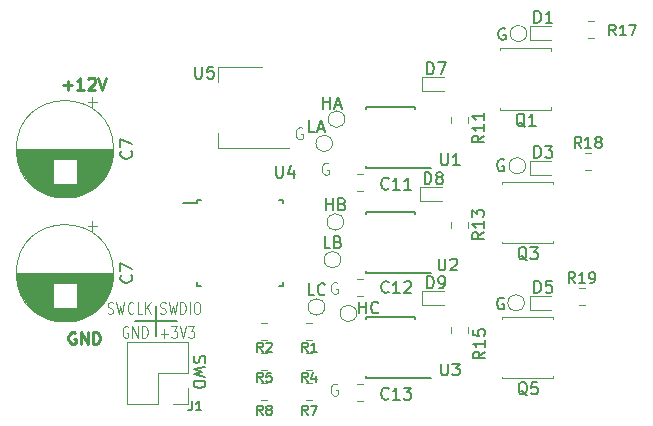
<source format=gto>
G04 #@! TF.GenerationSoftware,KiCad,Pcbnew,(5.0.0)*
G04 #@! TF.CreationDate,2019-01-02T23:22:05-06:00*
G04 #@! TF.ProjectId,ESC_2Layer,4553435F324C617965722E6B69636164,rev?*
G04 #@! TF.SameCoordinates,PX2fc7720PY3944a50*
G04 #@! TF.FileFunction,Legend,Top*
G04 #@! TF.FilePolarity,Positive*
%FSLAX46Y46*%
G04 Gerber Fmt 4.6, Leading zero omitted, Abs format (unit mm)*
G04 Created by KiCad (PCBNEW (5.0.0)) date 01/02/19 23:22:05*
%MOMM*%
%LPD*%
G01*
G04 APERTURE LIST*
%ADD10C,0.100000*%
%ADD11C,0.200000*%
%ADD12C,0.150000*%
%ADD13C,0.250000*%
%ADD14C,0.125000*%
%ADD15C,0.120000*%
G04 APERTURE END LIST*
D10*
X24161904Y-31950000D02*
X24066666Y-31902380D01*
X23923809Y-31902380D01*
X23780952Y-31950000D01*
X23685714Y-32045238D01*
X23638095Y-32140476D01*
X23590476Y-32330952D01*
X23590476Y-32473809D01*
X23638095Y-32664285D01*
X23685714Y-32759523D01*
X23780952Y-32854761D01*
X23923809Y-32902380D01*
X24019047Y-32902380D01*
X24161904Y-32854761D01*
X24209523Y-32807142D01*
X24209523Y-32473809D01*
X24019047Y-32473809D01*
X24161904Y-23350000D02*
X24066666Y-23302380D01*
X23923809Y-23302380D01*
X23780952Y-23350000D01*
X23685714Y-23445238D01*
X23638095Y-23540476D01*
X23590476Y-23730952D01*
X23590476Y-23873809D01*
X23638095Y-24064285D01*
X23685714Y-24159523D01*
X23780952Y-24254761D01*
X23923809Y-24302380D01*
X24019047Y-24302380D01*
X24161904Y-24254761D01*
X24209523Y-24207142D01*
X24209523Y-23873809D01*
X24019047Y-23873809D01*
X23411904Y-13250000D02*
X23316666Y-13202380D01*
X23173809Y-13202380D01*
X23030952Y-13250000D01*
X22935714Y-13345238D01*
X22888095Y-13440476D01*
X22840476Y-13630952D01*
X22840476Y-13773809D01*
X22888095Y-13964285D01*
X22935714Y-14059523D01*
X23030952Y-14154761D01*
X23173809Y-14202380D01*
X23269047Y-14202380D01*
X23411904Y-14154761D01*
X23459523Y-14107142D01*
X23459523Y-13773809D01*
X23269047Y-13773809D01*
X21211904Y-10250000D02*
X21116666Y-10202380D01*
X20973809Y-10202380D01*
X20830952Y-10250000D01*
X20735714Y-10345238D01*
X20688095Y-10440476D01*
X20640476Y-10630952D01*
X20640476Y-10773809D01*
X20688095Y-10964285D01*
X20735714Y-11059523D01*
X20830952Y-11154761D01*
X20973809Y-11202380D01*
X21069047Y-11202380D01*
X21211904Y-11154761D01*
X21259523Y-11107142D01*
X21259523Y-10773809D01*
X21069047Y-10773809D01*
D11*
X7050000Y-26564000D02*
X10606000Y-26564000D01*
X8828000Y-25294000D02*
X8828000Y-27834000D01*
D12*
X12045238Y-29542857D02*
X11997619Y-29685714D01*
X11997619Y-29923809D01*
X12045238Y-30019047D01*
X12092857Y-30066666D01*
X12188095Y-30114285D01*
X12283333Y-30114285D01*
X12378571Y-30066666D01*
X12426190Y-30019047D01*
X12473809Y-29923809D01*
X12521428Y-29733333D01*
X12569047Y-29638095D01*
X12616666Y-29590476D01*
X12711904Y-29542857D01*
X12807142Y-29542857D01*
X12902380Y-29590476D01*
X12950000Y-29638095D01*
X12997619Y-29733333D01*
X12997619Y-29971428D01*
X12950000Y-30114285D01*
X12997619Y-30447619D02*
X11997619Y-30685714D01*
X12711904Y-30876190D01*
X11997619Y-31066666D01*
X12997619Y-31304761D01*
X11997619Y-31685714D02*
X12997619Y-31685714D01*
X12997619Y-31923809D01*
X12950000Y-32066666D01*
X12854761Y-32161904D01*
X12759523Y-32209523D01*
X12569047Y-32257142D01*
X12426190Y-32257142D01*
X12235714Y-32209523D01*
X12140476Y-32161904D01*
X12045238Y-32066666D01*
X11997619Y-31923809D01*
X11997619Y-31685714D01*
D13*
X938095Y-6621428D02*
X1700000Y-6621428D01*
X1319047Y-7002380D02*
X1319047Y-6240476D01*
X2700000Y-7002380D02*
X2128571Y-7002380D01*
X2414285Y-7002380D02*
X2414285Y-6002380D01*
X2319047Y-6145238D01*
X2223809Y-6240476D01*
X2128571Y-6288095D01*
X3080952Y-6097619D02*
X3128571Y-6050000D01*
X3223809Y-6002380D01*
X3461904Y-6002380D01*
X3557142Y-6050000D01*
X3604761Y-6097619D01*
X3652380Y-6192857D01*
X3652380Y-6288095D01*
X3604761Y-6430952D01*
X3033333Y-7002380D01*
X3652380Y-7002380D01*
X3938095Y-6002380D02*
X4271428Y-7002380D01*
X4604761Y-6002380D01*
X1970095Y-27588000D02*
X1874857Y-27540380D01*
X1732000Y-27540380D01*
X1589142Y-27588000D01*
X1493904Y-27683238D01*
X1446285Y-27778476D01*
X1398666Y-27968952D01*
X1398666Y-28111809D01*
X1446285Y-28302285D01*
X1493904Y-28397523D01*
X1589142Y-28492761D01*
X1732000Y-28540380D01*
X1827238Y-28540380D01*
X1970095Y-28492761D01*
X2017714Y-28445142D01*
X2017714Y-28111809D01*
X1827238Y-28111809D01*
X2446285Y-28540380D02*
X2446285Y-27540380D01*
X3017714Y-28540380D01*
X3017714Y-27540380D01*
X3493904Y-28540380D02*
X3493904Y-27540380D01*
X3732000Y-27540380D01*
X3874857Y-27588000D01*
X3970095Y-27683238D01*
X4017714Y-27778476D01*
X4065333Y-27968952D01*
X4065333Y-28111809D01*
X4017714Y-28302285D01*
X3970095Y-28397523D01*
X3874857Y-28492761D01*
X3732000Y-28540380D01*
X3493904Y-28540380D01*
D14*
X9196476Y-27651428D02*
X9806000Y-27651428D01*
X9501238Y-28032380D02*
X9501238Y-27270476D01*
X10110761Y-27032380D02*
X10606000Y-27032380D01*
X10339333Y-27413333D01*
X10453619Y-27413333D01*
X10529809Y-27460952D01*
X10567904Y-27508571D01*
X10606000Y-27603809D01*
X10606000Y-27841904D01*
X10567904Y-27937142D01*
X10529809Y-27984761D01*
X10453619Y-28032380D01*
X10225047Y-28032380D01*
X10148857Y-27984761D01*
X10110761Y-27937142D01*
X10834571Y-27032380D02*
X11101238Y-28032380D01*
X11367904Y-27032380D01*
X11558380Y-27032380D02*
X12053619Y-27032380D01*
X11786952Y-27413333D01*
X11901238Y-27413333D01*
X11977428Y-27460952D01*
X12015523Y-27508571D01*
X12053619Y-27603809D01*
X12053619Y-27841904D01*
X12015523Y-27937142D01*
X11977428Y-27984761D01*
X11901238Y-28032380D01*
X11672666Y-28032380D01*
X11596476Y-27984761D01*
X11558380Y-27937142D01*
X6440476Y-27080000D02*
X6364285Y-27032380D01*
X6250000Y-27032380D01*
X6135714Y-27080000D01*
X6059523Y-27175238D01*
X6021428Y-27270476D01*
X5983333Y-27460952D01*
X5983333Y-27603809D01*
X6021428Y-27794285D01*
X6059523Y-27889523D01*
X6135714Y-27984761D01*
X6250000Y-28032380D01*
X6326190Y-28032380D01*
X6440476Y-27984761D01*
X6478571Y-27937142D01*
X6478571Y-27603809D01*
X6326190Y-27603809D01*
X6821428Y-28032380D02*
X6821428Y-27032380D01*
X7278571Y-28032380D01*
X7278571Y-27032380D01*
X7659523Y-28032380D02*
X7659523Y-27032380D01*
X7850000Y-27032380D01*
X7964285Y-27080000D01*
X8040476Y-27175238D01*
X8078571Y-27270476D01*
X8116666Y-27460952D01*
X8116666Y-27603809D01*
X8078571Y-27794285D01*
X8040476Y-27889523D01*
X7964285Y-27984761D01*
X7850000Y-28032380D01*
X7659523Y-28032380D01*
X9164761Y-25952761D02*
X9279047Y-26000380D01*
X9469523Y-26000380D01*
X9545714Y-25952761D01*
X9583809Y-25905142D01*
X9621904Y-25809904D01*
X9621904Y-25714666D01*
X9583809Y-25619428D01*
X9545714Y-25571809D01*
X9469523Y-25524190D01*
X9317142Y-25476571D01*
X9240952Y-25428952D01*
X9202857Y-25381333D01*
X9164761Y-25286095D01*
X9164761Y-25190857D01*
X9202857Y-25095619D01*
X9240952Y-25048000D01*
X9317142Y-25000380D01*
X9507619Y-25000380D01*
X9621904Y-25048000D01*
X9888571Y-25000380D02*
X10079047Y-26000380D01*
X10231428Y-25286095D01*
X10383809Y-26000380D01*
X10574285Y-25000380D01*
X10879047Y-26000380D02*
X10879047Y-25000380D01*
X11069523Y-25000380D01*
X11183809Y-25048000D01*
X11260000Y-25143238D01*
X11298095Y-25238476D01*
X11336190Y-25428952D01*
X11336190Y-25571809D01*
X11298095Y-25762285D01*
X11260000Y-25857523D01*
X11183809Y-25952761D01*
X11069523Y-26000380D01*
X10879047Y-26000380D01*
X11679047Y-26000380D02*
X11679047Y-25000380D01*
X12212380Y-25000380D02*
X12364761Y-25000380D01*
X12440952Y-25048000D01*
X12517142Y-25143238D01*
X12555238Y-25333714D01*
X12555238Y-25667047D01*
X12517142Y-25857523D01*
X12440952Y-25952761D01*
X12364761Y-26000380D01*
X12212380Y-26000380D01*
X12136190Y-25952761D01*
X12060000Y-25857523D01*
X12021904Y-25667047D01*
X12021904Y-25333714D01*
X12060000Y-25143238D01*
X12136190Y-25048000D01*
X12212380Y-25000380D01*
X4732476Y-25952761D02*
X4846761Y-26000380D01*
X5037238Y-26000380D01*
X5113428Y-25952761D01*
X5151523Y-25905142D01*
X5189619Y-25809904D01*
X5189619Y-25714666D01*
X5151523Y-25619428D01*
X5113428Y-25571809D01*
X5037238Y-25524190D01*
X4884857Y-25476571D01*
X4808666Y-25428952D01*
X4770571Y-25381333D01*
X4732476Y-25286095D01*
X4732476Y-25190857D01*
X4770571Y-25095619D01*
X4808666Y-25048000D01*
X4884857Y-25000380D01*
X5075333Y-25000380D01*
X5189619Y-25048000D01*
X5456285Y-25000380D02*
X5646761Y-26000380D01*
X5799142Y-25286095D01*
X5951523Y-26000380D01*
X6142000Y-25000380D01*
X6903904Y-25905142D02*
X6865809Y-25952761D01*
X6751523Y-26000380D01*
X6675333Y-26000380D01*
X6561047Y-25952761D01*
X6484857Y-25857523D01*
X6446761Y-25762285D01*
X6408666Y-25571809D01*
X6408666Y-25428952D01*
X6446761Y-25238476D01*
X6484857Y-25143238D01*
X6561047Y-25048000D01*
X6675333Y-25000380D01*
X6751523Y-25000380D01*
X6865809Y-25048000D01*
X6903904Y-25095619D01*
X7627714Y-26000380D02*
X7246761Y-26000380D01*
X7246761Y-25000380D01*
X7894380Y-26000380D02*
X7894380Y-25000380D01*
X8351523Y-26000380D02*
X8008666Y-25428952D01*
X8351523Y-25000380D02*
X7894380Y-25571809D01*
D15*
G04 #@! TO.C,C7*
X3815000Y-8040302D02*
X3015000Y-8040302D01*
X3415000Y-7640302D02*
X3415000Y-8440302D01*
X1633000Y-16131000D02*
X567000Y-16131000D01*
X1868000Y-16091000D02*
X332000Y-16091000D01*
X2048000Y-16051000D02*
X152000Y-16051000D01*
X2198000Y-16011000D02*
X2000Y-16011000D01*
X2329000Y-15971000D02*
X-129000Y-15971000D01*
X2446000Y-15931000D02*
X-246000Y-15931000D01*
X2553000Y-15891000D02*
X-353000Y-15891000D01*
X2652000Y-15851000D02*
X-452000Y-15851000D01*
X2745000Y-15811000D02*
X-545000Y-15811000D01*
X2831000Y-15771000D02*
X-631000Y-15771000D01*
X2913000Y-15731000D02*
X-713000Y-15731000D01*
X2990000Y-15691000D02*
X-790000Y-15691000D01*
X3064000Y-15651000D02*
X-864000Y-15651000D01*
X3134000Y-15611000D02*
X-934000Y-15611000D01*
X3202000Y-15571000D02*
X-1002000Y-15571000D01*
X3266000Y-15531000D02*
X-1066000Y-15531000D01*
X3328000Y-15491000D02*
X-1128000Y-15491000D01*
X3387000Y-15451000D02*
X-1187000Y-15451000D01*
X3445000Y-15411000D02*
X-1245000Y-15411000D01*
X3500000Y-15371000D02*
X-1300000Y-15371000D01*
X3554000Y-15331000D02*
X-1354000Y-15331000D01*
X3605000Y-15291000D02*
X-1405000Y-15291000D01*
X3656000Y-15251000D02*
X-1456000Y-15251000D01*
X3704000Y-15211000D02*
X-1504000Y-15211000D01*
X3751000Y-15171000D02*
X-1551000Y-15171000D01*
X3797000Y-15131000D02*
X-1597000Y-15131000D01*
X3841000Y-15091000D02*
X-1641000Y-15091000D01*
X3884000Y-15051000D02*
X-1684000Y-15051000D01*
X3926000Y-15011000D02*
X-1726000Y-15011000D01*
X60000Y-14971000D02*
X-1767000Y-14971000D01*
X3967000Y-14971000D02*
X2140000Y-14971000D01*
X60000Y-14931000D02*
X-1807000Y-14931000D01*
X4007000Y-14931000D02*
X2140000Y-14931000D01*
X60000Y-14891000D02*
X-1845000Y-14891000D01*
X4045000Y-14891000D02*
X2140000Y-14891000D01*
X60000Y-14851000D02*
X-1883000Y-14851000D01*
X4083000Y-14851000D02*
X2140000Y-14851000D01*
X60000Y-14811000D02*
X-1919000Y-14811000D01*
X4119000Y-14811000D02*
X2140000Y-14811000D01*
X60000Y-14771000D02*
X-1955000Y-14771000D01*
X4155000Y-14771000D02*
X2140000Y-14771000D01*
X60000Y-14731000D02*
X-1990000Y-14731000D01*
X4190000Y-14731000D02*
X2140000Y-14731000D01*
X60000Y-14691000D02*
X-2024000Y-14691000D01*
X4224000Y-14691000D02*
X2140000Y-14691000D01*
X60000Y-14651000D02*
X-2056000Y-14651000D01*
X4256000Y-14651000D02*
X2140000Y-14651000D01*
X60000Y-14611000D02*
X-2089000Y-14611000D01*
X4289000Y-14611000D02*
X2140000Y-14611000D01*
X60000Y-14571000D02*
X-2120000Y-14571000D01*
X4320000Y-14571000D02*
X2140000Y-14571000D01*
X60000Y-14531000D02*
X-2150000Y-14531000D01*
X4350000Y-14531000D02*
X2140000Y-14531000D01*
X60000Y-14491000D02*
X-2180000Y-14491000D01*
X4380000Y-14491000D02*
X2140000Y-14491000D01*
X60000Y-14451000D02*
X-2209000Y-14451000D01*
X4409000Y-14451000D02*
X2140000Y-14451000D01*
X60000Y-14411000D02*
X-2238000Y-14411000D01*
X4438000Y-14411000D02*
X2140000Y-14411000D01*
X60000Y-14371000D02*
X-2265000Y-14371000D01*
X4465000Y-14371000D02*
X2140000Y-14371000D01*
X60000Y-14331000D02*
X-2292000Y-14331000D01*
X4492000Y-14331000D02*
X2140000Y-14331000D01*
X60000Y-14291000D02*
X-2318000Y-14291000D01*
X4518000Y-14291000D02*
X2140000Y-14291000D01*
X60000Y-14251000D02*
X-2344000Y-14251000D01*
X4544000Y-14251000D02*
X2140000Y-14251000D01*
X60000Y-14211000D02*
X-2369000Y-14211000D01*
X4569000Y-14211000D02*
X2140000Y-14211000D01*
X60000Y-14171000D02*
X-2393000Y-14171000D01*
X4593000Y-14171000D02*
X2140000Y-14171000D01*
X60000Y-14131000D02*
X-2417000Y-14131000D01*
X4617000Y-14131000D02*
X2140000Y-14131000D01*
X60000Y-14091000D02*
X-2440000Y-14091000D01*
X4640000Y-14091000D02*
X2140000Y-14091000D01*
X60000Y-14051000D02*
X-2462000Y-14051000D01*
X4662000Y-14051000D02*
X2140000Y-14051000D01*
X60000Y-14011000D02*
X-2484000Y-14011000D01*
X4684000Y-14011000D02*
X2140000Y-14011000D01*
X60000Y-13971000D02*
X-2506000Y-13971000D01*
X4706000Y-13971000D02*
X2140000Y-13971000D01*
X60000Y-13931000D02*
X-2527000Y-13931000D01*
X4727000Y-13931000D02*
X2140000Y-13931000D01*
X60000Y-13891000D02*
X-2547000Y-13891000D01*
X4747000Y-13891000D02*
X2140000Y-13891000D01*
X60000Y-13851000D02*
X-2566000Y-13851000D01*
X4766000Y-13851000D02*
X2140000Y-13851000D01*
X60000Y-13811000D02*
X-2586000Y-13811000D01*
X4786000Y-13811000D02*
X2140000Y-13811000D01*
X60000Y-13771000D02*
X-2604000Y-13771000D01*
X4804000Y-13771000D02*
X2140000Y-13771000D01*
X60000Y-13731000D02*
X-2622000Y-13731000D01*
X4822000Y-13731000D02*
X2140000Y-13731000D01*
X60000Y-13691000D02*
X-2640000Y-13691000D01*
X4840000Y-13691000D02*
X2140000Y-13691000D01*
X60000Y-13651000D02*
X-2657000Y-13651000D01*
X4857000Y-13651000D02*
X2140000Y-13651000D01*
X60000Y-13611000D02*
X-2674000Y-13611000D01*
X4874000Y-13611000D02*
X2140000Y-13611000D01*
X60000Y-13571000D02*
X-2690000Y-13571000D01*
X4890000Y-13571000D02*
X2140000Y-13571000D01*
X60000Y-13531000D02*
X-2705000Y-13531000D01*
X4905000Y-13531000D02*
X2140000Y-13531000D01*
X60000Y-13491000D02*
X-2721000Y-13491000D01*
X4921000Y-13491000D02*
X2140000Y-13491000D01*
X60000Y-13451000D02*
X-2735000Y-13451000D01*
X4935000Y-13451000D02*
X2140000Y-13451000D01*
X60000Y-13411000D02*
X-2750000Y-13411000D01*
X4950000Y-13411000D02*
X2140000Y-13411000D01*
X60000Y-13371000D02*
X-2763000Y-13371000D01*
X4963000Y-13371000D02*
X2140000Y-13371000D01*
X60000Y-13331000D02*
X-2777000Y-13331000D01*
X4977000Y-13331000D02*
X2140000Y-13331000D01*
X60000Y-13291000D02*
X-2789000Y-13291000D01*
X4989000Y-13291000D02*
X2140000Y-13291000D01*
X60000Y-13251000D02*
X-2802000Y-13251000D01*
X5002000Y-13251000D02*
X2140000Y-13251000D01*
X60000Y-13211000D02*
X-2814000Y-13211000D01*
X5014000Y-13211000D02*
X2140000Y-13211000D01*
X60000Y-13171000D02*
X-2825000Y-13171000D01*
X5025000Y-13171000D02*
X2140000Y-13171000D01*
X60000Y-13131000D02*
X-2836000Y-13131000D01*
X5036000Y-13131000D02*
X2140000Y-13131000D01*
X60000Y-13091000D02*
X-2847000Y-13091000D01*
X5047000Y-13091000D02*
X2140000Y-13091000D01*
X60000Y-13051000D02*
X-2857000Y-13051000D01*
X5057000Y-13051000D02*
X2140000Y-13051000D01*
X60000Y-13011000D02*
X-2867000Y-13011000D01*
X5067000Y-13011000D02*
X2140000Y-13011000D01*
X60000Y-12971000D02*
X-2876000Y-12971000D01*
X5076000Y-12971000D02*
X2140000Y-12971000D01*
X60000Y-12931000D02*
X-2885000Y-12931000D01*
X5085000Y-12931000D02*
X2140000Y-12931000D01*
X5094000Y-12891000D02*
X-2894000Y-12891000D01*
X5102000Y-12851000D02*
X-2902000Y-12851000D01*
X5110000Y-12811000D02*
X-2910000Y-12811000D01*
X5117000Y-12771000D02*
X-2917000Y-12771000D01*
X5124000Y-12730000D02*
X-2924000Y-12730000D01*
X5130000Y-12690000D02*
X-2930000Y-12690000D01*
X5137000Y-12650000D02*
X-2937000Y-12650000D01*
X5142000Y-12610000D02*
X-2942000Y-12610000D01*
X5148000Y-12570000D02*
X-2948000Y-12570000D01*
X5152000Y-12530000D02*
X-2952000Y-12530000D01*
X5157000Y-12490000D02*
X-2957000Y-12490000D01*
X5161000Y-12450000D02*
X-2961000Y-12450000D01*
X5165000Y-12410000D02*
X-2965000Y-12410000D01*
X5168000Y-12370000D02*
X-2968000Y-12370000D01*
X5171000Y-12330000D02*
X-2971000Y-12330000D01*
X5174000Y-12290000D02*
X-2974000Y-12290000D01*
X5176000Y-12250000D02*
X-2976000Y-12250000D01*
X5177000Y-12210000D02*
X-2977000Y-12210000D01*
X5179000Y-12170000D02*
X-2979000Y-12170000D01*
X5180000Y-12130000D02*
X-2980000Y-12130000D01*
X5180000Y-12090000D02*
X-2980000Y-12090000D01*
X5180000Y-12050000D02*
X-2980000Y-12050000D01*
X5220000Y-12050000D02*
G75*
G03X5220000Y-12050000I-4120000J0D01*
G01*
G04 #@! TO.C,J1*
X11555000Y-28409000D02*
X6355000Y-28409000D01*
X11555000Y-31009000D02*
X11555000Y-28409000D01*
X6355000Y-33609000D02*
X6355000Y-28409000D01*
X11555000Y-31009000D02*
X8955000Y-31009000D01*
X8955000Y-31009000D02*
X8955000Y-33609000D01*
X8955000Y-33609000D02*
X6355000Y-33609000D01*
X11555000Y-32279000D02*
X11555000Y-33609000D01*
X11555000Y-33609000D02*
X10225000Y-33609000D01*
G04 #@! TO.C,D5*
X40444000Y-24440000D02*
X40444000Y-25640000D01*
X42294000Y-24440000D02*
X40444000Y-24440000D01*
X42294000Y-25640000D02*
X40444000Y-25640000D01*
G04 #@! TO.C,D1*
X42294000Y-2780000D02*
X40444000Y-2780000D01*
X42294000Y-1580000D02*
X40444000Y-1580000D01*
X40444000Y-1580000D02*
X40444000Y-2780000D01*
G04 #@! TO.C,D3*
X42294000Y-14210000D02*
X40444000Y-14210000D01*
X42294000Y-13010000D02*
X40444000Y-13010000D01*
X40444000Y-13010000D02*
X40444000Y-14210000D01*
D12*
G04 #@! TO.C,U4*
X12315000Y-16335000D02*
X12315000Y-16560000D01*
X19565000Y-16335000D02*
X19565000Y-16635000D01*
X19565000Y-23585000D02*
X19565000Y-23285000D01*
X12315000Y-23585000D02*
X12315000Y-23285000D01*
X12315000Y-16335000D02*
X12615000Y-16335000D01*
X12315000Y-23585000D02*
X12615000Y-23585000D01*
X19565000Y-23585000D02*
X19265000Y-23585000D01*
X19565000Y-16335000D02*
X19265000Y-16335000D01*
X12315000Y-16560000D02*
X11090000Y-16560000D01*
G04 #@! TO.C,U2*
X30715000Y-22485000D02*
X32115000Y-22485000D01*
X30715000Y-17385000D02*
X26565000Y-17385000D01*
X30715000Y-22535000D02*
X26565000Y-22535000D01*
X30715000Y-17385000D02*
X30715000Y-17530000D01*
X26565000Y-17385000D02*
X26565000Y-17530000D01*
X26565000Y-22535000D02*
X26565000Y-22390000D01*
X30715000Y-22535000D02*
X30715000Y-22485000D01*
G04 #@! TO.C,U3*
X30715000Y-31425000D02*
X30715000Y-31375000D01*
X26565000Y-31425000D02*
X26565000Y-31280000D01*
X26565000Y-26275000D02*
X26565000Y-26420000D01*
X30715000Y-26275000D02*
X30715000Y-26420000D01*
X30715000Y-31425000D02*
X26565000Y-31425000D01*
X30715000Y-26275000D02*
X26565000Y-26275000D01*
X30715000Y-31375000D02*
X32115000Y-31375000D01*
G04 #@! TO.C,U1*
X30715000Y-13595000D02*
X32115000Y-13595000D01*
X30715000Y-8495000D02*
X26565000Y-8495000D01*
X30715000Y-13645000D02*
X26565000Y-13645000D01*
X30715000Y-8495000D02*
X30715000Y-8640000D01*
X26565000Y-8495000D02*
X26565000Y-8640000D01*
X26565000Y-13645000D02*
X26565000Y-13500000D01*
X30715000Y-13645000D02*
X30715000Y-13595000D01*
D15*
G04 #@! TO.C,Q1*
X42220000Y-8710000D02*
X42220000Y-8510000D01*
X37920000Y-8710000D02*
X42220000Y-8710000D01*
X37920000Y-8560000D02*
X37920000Y-8710000D01*
X37920000Y-3510000D02*
X37920000Y-3660000D01*
X42220000Y-3510000D02*
X37920000Y-3510000D01*
X42220000Y-3710000D02*
X42220000Y-3510000D01*
G04 #@! TO.C,Q3*
X42385000Y-15020000D02*
X42385000Y-14820000D01*
X42385000Y-14820000D02*
X38085000Y-14820000D01*
X38085000Y-14820000D02*
X38085000Y-14970000D01*
X38085000Y-19870000D02*
X38085000Y-20020000D01*
X38085000Y-20020000D02*
X42385000Y-20020000D01*
X42385000Y-20020000D02*
X42385000Y-19820000D01*
G04 #@! TO.C,Q5*
X42405000Y-26450000D02*
X42405000Y-26250000D01*
X42405000Y-26250000D02*
X38105000Y-26250000D01*
X38105000Y-26250000D02*
X38105000Y-26400000D01*
X38105000Y-31300000D02*
X38105000Y-31450000D01*
X38105000Y-31450000D02*
X42405000Y-31450000D01*
X42405000Y-31450000D02*
X42405000Y-31250000D01*
G04 #@! TO.C,U5*
X14030000Y-5120000D02*
X14030000Y-6380000D01*
X14030000Y-11940000D02*
X14030000Y-10680000D01*
X17790000Y-5120000D02*
X14030000Y-5120000D01*
X20040000Y-11940000D02*
X14030000Y-11940000D01*
G04 #@! TO.C,C11*
X26358578Y-14170000D02*
X25841422Y-14170000D01*
X26358578Y-15590000D02*
X25841422Y-15590000D01*
G04 #@! TO.C,C12*
X26358578Y-24480000D02*
X25841422Y-24480000D01*
X26358578Y-23060000D02*
X25841422Y-23060000D01*
G04 #@! TO.C,C13*
X26358578Y-31950000D02*
X25841422Y-31950000D01*
X26358578Y-33370000D02*
X25841422Y-33370000D01*
G04 #@! TO.C,C7*
X5220000Y-22550000D02*
G75*
G03X5220000Y-22550000I-4120000J0D01*
G01*
X5180000Y-22550000D02*
X-2980000Y-22550000D01*
X5180000Y-22590000D02*
X-2980000Y-22590000D01*
X5180000Y-22630000D02*
X-2980000Y-22630000D01*
X5179000Y-22670000D02*
X-2979000Y-22670000D01*
X5177000Y-22710000D02*
X-2977000Y-22710000D01*
X5176000Y-22750000D02*
X-2976000Y-22750000D01*
X5174000Y-22790000D02*
X-2974000Y-22790000D01*
X5171000Y-22830000D02*
X-2971000Y-22830000D01*
X5168000Y-22870000D02*
X-2968000Y-22870000D01*
X5165000Y-22910000D02*
X-2965000Y-22910000D01*
X5161000Y-22950000D02*
X-2961000Y-22950000D01*
X5157000Y-22990000D02*
X-2957000Y-22990000D01*
X5152000Y-23030000D02*
X-2952000Y-23030000D01*
X5148000Y-23070000D02*
X-2948000Y-23070000D01*
X5142000Y-23110000D02*
X-2942000Y-23110000D01*
X5137000Y-23150000D02*
X-2937000Y-23150000D01*
X5130000Y-23190000D02*
X-2930000Y-23190000D01*
X5124000Y-23230000D02*
X-2924000Y-23230000D01*
X5117000Y-23271000D02*
X-2917000Y-23271000D01*
X5110000Y-23311000D02*
X-2910000Y-23311000D01*
X5102000Y-23351000D02*
X-2902000Y-23351000D01*
X5094000Y-23391000D02*
X-2894000Y-23391000D01*
X5085000Y-23431000D02*
X2140000Y-23431000D01*
X60000Y-23431000D02*
X-2885000Y-23431000D01*
X5076000Y-23471000D02*
X2140000Y-23471000D01*
X60000Y-23471000D02*
X-2876000Y-23471000D01*
X5067000Y-23511000D02*
X2140000Y-23511000D01*
X60000Y-23511000D02*
X-2867000Y-23511000D01*
X5057000Y-23551000D02*
X2140000Y-23551000D01*
X60000Y-23551000D02*
X-2857000Y-23551000D01*
X5047000Y-23591000D02*
X2140000Y-23591000D01*
X60000Y-23591000D02*
X-2847000Y-23591000D01*
X5036000Y-23631000D02*
X2140000Y-23631000D01*
X60000Y-23631000D02*
X-2836000Y-23631000D01*
X5025000Y-23671000D02*
X2140000Y-23671000D01*
X60000Y-23671000D02*
X-2825000Y-23671000D01*
X5014000Y-23711000D02*
X2140000Y-23711000D01*
X60000Y-23711000D02*
X-2814000Y-23711000D01*
X5002000Y-23751000D02*
X2140000Y-23751000D01*
X60000Y-23751000D02*
X-2802000Y-23751000D01*
X4989000Y-23791000D02*
X2140000Y-23791000D01*
X60000Y-23791000D02*
X-2789000Y-23791000D01*
X4977000Y-23831000D02*
X2140000Y-23831000D01*
X60000Y-23831000D02*
X-2777000Y-23831000D01*
X4963000Y-23871000D02*
X2140000Y-23871000D01*
X60000Y-23871000D02*
X-2763000Y-23871000D01*
X4950000Y-23911000D02*
X2140000Y-23911000D01*
X60000Y-23911000D02*
X-2750000Y-23911000D01*
X4935000Y-23951000D02*
X2140000Y-23951000D01*
X60000Y-23951000D02*
X-2735000Y-23951000D01*
X4921000Y-23991000D02*
X2140000Y-23991000D01*
X60000Y-23991000D02*
X-2721000Y-23991000D01*
X4905000Y-24031000D02*
X2140000Y-24031000D01*
X60000Y-24031000D02*
X-2705000Y-24031000D01*
X4890000Y-24071000D02*
X2140000Y-24071000D01*
X60000Y-24071000D02*
X-2690000Y-24071000D01*
X4874000Y-24111000D02*
X2140000Y-24111000D01*
X60000Y-24111000D02*
X-2674000Y-24111000D01*
X4857000Y-24151000D02*
X2140000Y-24151000D01*
X60000Y-24151000D02*
X-2657000Y-24151000D01*
X4840000Y-24191000D02*
X2140000Y-24191000D01*
X60000Y-24191000D02*
X-2640000Y-24191000D01*
X4822000Y-24231000D02*
X2140000Y-24231000D01*
X60000Y-24231000D02*
X-2622000Y-24231000D01*
X4804000Y-24271000D02*
X2140000Y-24271000D01*
X60000Y-24271000D02*
X-2604000Y-24271000D01*
X4786000Y-24311000D02*
X2140000Y-24311000D01*
X60000Y-24311000D02*
X-2586000Y-24311000D01*
X4766000Y-24351000D02*
X2140000Y-24351000D01*
X60000Y-24351000D02*
X-2566000Y-24351000D01*
X4747000Y-24391000D02*
X2140000Y-24391000D01*
X60000Y-24391000D02*
X-2547000Y-24391000D01*
X4727000Y-24431000D02*
X2140000Y-24431000D01*
X60000Y-24431000D02*
X-2527000Y-24431000D01*
X4706000Y-24471000D02*
X2140000Y-24471000D01*
X60000Y-24471000D02*
X-2506000Y-24471000D01*
X4684000Y-24511000D02*
X2140000Y-24511000D01*
X60000Y-24511000D02*
X-2484000Y-24511000D01*
X4662000Y-24551000D02*
X2140000Y-24551000D01*
X60000Y-24551000D02*
X-2462000Y-24551000D01*
X4640000Y-24591000D02*
X2140000Y-24591000D01*
X60000Y-24591000D02*
X-2440000Y-24591000D01*
X4617000Y-24631000D02*
X2140000Y-24631000D01*
X60000Y-24631000D02*
X-2417000Y-24631000D01*
X4593000Y-24671000D02*
X2140000Y-24671000D01*
X60000Y-24671000D02*
X-2393000Y-24671000D01*
X4569000Y-24711000D02*
X2140000Y-24711000D01*
X60000Y-24711000D02*
X-2369000Y-24711000D01*
X4544000Y-24751000D02*
X2140000Y-24751000D01*
X60000Y-24751000D02*
X-2344000Y-24751000D01*
X4518000Y-24791000D02*
X2140000Y-24791000D01*
X60000Y-24791000D02*
X-2318000Y-24791000D01*
X4492000Y-24831000D02*
X2140000Y-24831000D01*
X60000Y-24831000D02*
X-2292000Y-24831000D01*
X4465000Y-24871000D02*
X2140000Y-24871000D01*
X60000Y-24871000D02*
X-2265000Y-24871000D01*
X4438000Y-24911000D02*
X2140000Y-24911000D01*
X60000Y-24911000D02*
X-2238000Y-24911000D01*
X4409000Y-24951000D02*
X2140000Y-24951000D01*
X60000Y-24951000D02*
X-2209000Y-24951000D01*
X4380000Y-24991000D02*
X2140000Y-24991000D01*
X60000Y-24991000D02*
X-2180000Y-24991000D01*
X4350000Y-25031000D02*
X2140000Y-25031000D01*
X60000Y-25031000D02*
X-2150000Y-25031000D01*
X4320000Y-25071000D02*
X2140000Y-25071000D01*
X60000Y-25071000D02*
X-2120000Y-25071000D01*
X4289000Y-25111000D02*
X2140000Y-25111000D01*
X60000Y-25111000D02*
X-2089000Y-25111000D01*
X4256000Y-25151000D02*
X2140000Y-25151000D01*
X60000Y-25151000D02*
X-2056000Y-25151000D01*
X4224000Y-25191000D02*
X2140000Y-25191000D01*
X60000Y-25191000D02*
X-2024000Y-25191000D01*
X4190000Y-25231000D02*
X2140000Y-25231000D01*
X60000Y-25231000D02*
X-1990000Y-25231000D01*
X4155000Y-25271000D02*
X2140000Y-25271000D01*
X60000Y-25271000D02*
X-1955000Y-25271000D01*
X4119000Y-25311000D02*
X2140000Y-25311000D01*
X60000Y-25311000D02*
X-1919000Y-25311000D01*
X4083000Y-25351000D02*
X2140000Y-25351000D01*
X60000Y-25351000D02*
X-1883000Y-25351000D01*
X4045000Y-25391000D02*
X2140000Y-25391000D01*
X60000Y-25391000D02*
X-1845000Y-25391000D01*
X4007000Y-25431000D02*
X2140000Y-25431000D01*
X60000Y-25431000D02*
X-1807000Y-25431000D01*
X3967000Y-25471000D02*
X2140000Y-25471000D01*
X60000Y-25471000D02*
X-1767000Y-25471000D01*
X3926000Y-25511000D02*
X-1726000Y-25511000D01*
X3884000Y-25551000D02*
X-1684000Y-25551000D01*
X3841000Y-25591000D02*
X-1641000Y-25591000D01*
X3797000Y-25631000D02*
X-1597000Y-25631000D01*
X3751000Y-25671000D02*
X-1551000Y-25671000D01*
X3704000Y-25711000D02*
X-1504000Y-25711000D01*
X3656000Y-25751000D02*
X-1456000Y-25751000D01*
X3605000Y-25791000D02*
X-1405000Y-25791000D01*
X3554000Y-25831000D02*
X-1354000Y-25831000D01*
X3500000Y-25871000D02*
X-1300000Y-25871000D01*
X3445000Y-25911000D02*
X-1245000Y-25911000D01*
X3387000Y-25951000D02*
X-1187000Y-25951000D01*
X3328000Y-25991000D02*
X-1128000Y-25991000D01*
X3266000Y-26031000D02*
X-1066000Y-26031000D01*
X3202000Y-26071000D02*
X-1002000Y-26071000D01*
X3134000Y-26111000D02*
X-934000Y-26111000D01*
X3064000Y-26151000D02*
X-864000Y-26151000D01*
X2990000Y-26191000D02*
X-790000Y-26191000D01*
X2913000Y-26231000D02*
X-713000Y-26231000D01*
X2831000Y-26271000D02*
X-631000Y-26271000D01*
X2745000Y-26311000D02*
X-545000Y-26311000D01*
X2652000Y-26351000D02*
X-452000Y-26351000D01*
X2553000Y-26391000D02*
X-353000Y-26391000D01*
X2446000Y-26431000D02*
X-246000Y-26431000D01*
X2329000Y-26471000D02*
X-129000Y-26471000D01*
X2198000Y-26511000D02*
X2000Y-26511000D01*
X2048000Y-26551000D02*
X152000Y-26551000D01*
X1868000Y-26591000D02*
X332000Y-26591000D01*
X1633000Y-26631000D02*
X567000Y-26631000D01*
X3415000Y-18140302D02*
X3415000Y-18940302D01*
X3815000Y-18540302D02*
X3015000Y-18540302D01*
G04 #@! TO.C,R2*
X18230578Y-28163000D02*
X17713422Y-28163000D01*
X18230578Y-26743000D02*
X17713422Y-26743000D01*
G04 #@! TO.C,R19*
X45154578Y-25242000D02*
X44637422Y-25242000D01*
X45154578Y-23822000D02*
X44637422Y-23822000D01*
G04 #@! TO.C,R18*
X45662578Y-13812000D02*
X45145422Y-13812000D01*
X45662578Y-12392000D02*
X45145422Y-12392000D01*
G04 #@! TO.C,R17*
X45916578Y-2636000D02*
X45399422Y-2636000D01*
X45916578Y-1216000D02*
X45399422Y-1216000D01*
G04 #@! TO.C,R15*
X35192000Y-27067422D02*
X35192000Y-27584578D01*
X33772000Y-27067422D02*
X33772000Y-27584578D01*
G04 #@! TO.C,R5*
X18230578Y-30703000D02*
X17713422Y-30703000D01*
X18230578Y-29283000D02*
X17713422Y-29283000D01*
G04 #@! TO.C,R4*
X22040578Y-29283000D02*
X21523422Y-29283000D01*
X22040578Y-30703000D02*
X21523422Y-30703000D01*
G04 #@! TO.C,R1*
X22040578Y-26743000D02*
X21523422Y-26743000D01*
X22040578Y-28163000D02*
X21523422Y-28163000D01*
G04 #@! TO.C,R7*
X22040578Y-33243000D02*
X21523422Y-33243000D01*
X22040578Y-31823000D02*
X21523422Y-31823000D01*
G04 #@! TO.C,R8*
X18230578Y-31823000D02*
X17713422Y-31823000D01*
X18230578Y-33243000D02*
X17713422Y-33243000D01*
G04 #@! TO.C,R11*
X35192000Y-9287422D02*
X35192000Y-9804578D01*
X33772000Y-9287422D02*
X33772000Y-9804578D01*
G04 #@! TO.C,R13*
X33772000Y-18177422D02*
X33772000Y-18694578D01*
X35192000Y-18177422D02*
X35192000Y-18694578D01*
G04 #@! TO.C,D7*
X33200000Y-7150000D02*
X31350000Y-7150000D01*
X33200000Y-5950000D02*
X31350000Y-5950000D01*
X31350000Y-5950000D02*
X31350000Y-7150000D01*
G04 #@! TO.C,D8*
X31150000Y-15250000D02*
X31150000Y-16450000D01*
X33000000Y-15250000D02*
X31150000Y-15250000D01*
X33000000Y-16450000D02*
X31150000Y-16450000D01*
G04 #@! TO.C,D9*
X31350000Y-24050000D02*
X31350000Y-25250000D01*
X33200000Y-24050000D02*
X31350000Y-24050000D01*
X33200000Y-25250000D02*
X31350000Y-25250000D01*
G04 #@! TO.C,G*
X40200000Y-2250000D02*
G75*
G03X40200000Y-2250000I-700000J0D01*
G01*
X40100000Y-13450000D02*
G75*
G03X40100000Y-13450000I-700000J0D01*
G01*
X40000000Y-25050000D02*
G75*
G03X40000000Y-25050000I-700000J0D01*
G01*
G04 #@! TO.C,HA*
X24800000Y-9500000D02*
G75*
G03X24800000Y-9500000I-700000J0D01*
G01*
G04 #@! TO.C,HB*
X24700000Y-18200000D02*
G75*
G03X24700000Y-18200000I-700000J0D01*
G01*
G04 #@! TO.C,HC*
X25800000Y-25950000D02*
G75*
G03X25800000Y-25950000I-700000J0D01*
G01*
G04 #@! TO.C,LA*
X23750000Y-11550000D02*
G75*
G03X23750000Y-11550000I-700000J0D01*
G01*
G04 #@! TO.C,LB*
X24450000Y-21400000D02*
G75*
G03X24450000Y-21400000I-700000J0D01*
G01*
G04 #@! TO.C,LC*
X23100000Y-25400000D02*
G75*
G03X23100000Y-25400000I-700000J0D01*
G01*
G04 #@! TO.C,C7*
D12*
X6707142Y-12216666D02*
X6754761Y-12264285D01*
X6802380Y-12407142D01*
X6802380Y-12502380D01*
X6754761Y-12645238D01*
X6659523Y-12740476D01*
X6564285Y-12788095D01*
X6373809Y-12835714D01*
X6230952Y-12835714D01*
X6040476Y-12788095D01*
X5945238Y-12740476D01*
X5850000Y-12645238D01*
X5802380Y-12502380D01*
X5802380Y-12407142D01*
X5850000Y-12264285D01*
X5897619Y-12216666D01*
X5802380Y-11883333D02*
X5802380Y-11216666D01*
X6802380Y-11645238D01*
G04 #@! TO.C,J1*
X11863333Y-33364904D02*
X11863333Y-33936333D01*
X11825238Y-34050619D01*
X11749047Y-34126809D01*
X11634761Y-34164904D01*
X11558571Y-34164904D01*
X12663333Y-34164904D02*
X12206190Y-34164904D01*
X12434761Y-34164904D02*
X12434761Y-33364904D01*
X12358571Y-33479190D01*
X12282380Y-33555380D01*
X12206190Y-33593476D01*
G04 #@! TO.C,D5*
X40855904Y-24192380D02*
X40855904Y-23192380D01*
X41094000Y-23192380D01*
X41236857Y-23240000D01*
X41332095Y-23335238D01*
X41379714Y-23430476D01*
X41427333Y-23620952D01*
X41427333Y-23763809D01*
X41379714Y-23954285D01*
X41332095Y-24049523D01*
X41236857Y-24144761D01*
X41094000Y-24192380D01*
X40855904Y-24192380D01*
X42332095Y-23192380D02*
X41855904Y-23192380D01*
X41808285Y-23668571D01*
X41855904Y-23620952D01*
X41951142Y-23573333D01*
X42189238Y-23573333D01*
X42284476Y-23620952D01*
X42332095Y-23668571D01*
X42379714Y-23763809D01*
X42379714Y-24001904D01*
X42332095Y-24097142D01*
X42284476Y-24144761D01*
X42189238Y-24192380D01*
X41951142Y-24192380D01*
X41855904Y-24144761D01*
X41808285Y-24097142D01*
G04 #@! TO.C,D1*
X40855904Y-1332380D02*
X40855904Y-332380D01*
X41094000Y-332380D01*
X41236857Y-380000D01*
X41332095Y-475238D01*
X41379714Y-570476D01*
X41427333Y-760952D01*
X41427333Y-903809D01*
X41379714Y-1094285D01*
X41332095Y-1189523D01*
X41236857Y-1284761D01*
X41094000Y-1332380D01*
X40855904Y-1332380D01*
X42379714Y-1332380D02*
X41808285Y-1332380D01*
X42094000Y-1332380D02*
X42094000Y-332380D01*
X41998761Y-475238D01*
X41903523Y-570476D01*
X41808285Y-618095D01*
G04 #@! TO.C,D3*
X40855904Y-12762380D02*
X40855904Y-11762380D01*
X41094000Y-11762380D01*
X41236857Y-11810000D01*
X41332095Y-11905238D01*
X41379714Y-12000476D01*
X41427333Y-12190952D01*
X41427333Y-12333809D01*
X41379714Y-12524285D01*
X41332095Y-12619523D01*
X41236857Y-12714761D01*
X41094000Y-12762380D01*
X40855904Y-12762380D01*
X41760666Y-11762380D02*
X42379714Y-11762380D01*
X42046380Y-12143333D01*
X42189238Y-12143333D01*
X42284476Y-12190952D01*
X42332095Y-12238571D01*
X42379714Y-12333809D01*
X42379714Y-12571904D01*
X42332095Y-12667142D01*
X42284476Y-12714761D01*
X42189238Y-12762380D01*
X41903523Y-12762380D01*
X41808285Y-12714761D01*
X41760666Y-12667142D01*
G04 #@! TO.C,U4*
X18988095Y-13443380D02*
X18988095Y-14252904D01*
X19035714Y-14348142D01*
X19083333Y-14395761D01*
X19178571Y-14443380D01*
X19369047Y-14443380D01*
X19464285Y-14395761D01*
X19511904Y-14348142D01*
X19559523Y-14252904D01*
X19559523Y-13443380D01*
X20464285Y-13776714D02*
X20464285Y-14443380D01*
X20226190Y-13395761D02*
X19988095Y-14110047D01*
X20607142Y-14110047D01*
G04 #@! TO.C,U2*
X32738095Y-21302380D02*
X32738095Y-22111904D01*
X32785714Y-22207142D01*
X32833333Y-22254761D01*
X32928571Y-22302380D01*
X33119047Y-22302380D01*
X33214285Y-22254761D01*
X33261904Y-22207142D01*
X33309523Y-22111904D01*
X33309523Y-21302380D01*
X33738095Y-21397619D02*
X33785714Y-21350000D01*
X33880952Y-21302380D01*
X34119047Y-21302380D01*
X34214285Y-21350000D01*
X34261904Y-21397619D01*
X34309523Y-21492857D01*
X34309523Y-21588095D01*
X34261904Y-21730952D01*
X33690476Y-22302380D01*
X34309523Y-22302380D01*
G04 #@! TO.C,U3*
X32938095Y-30202380D02*
X32938095Y-31011904D01*
X32985714Y-31107142D01*
X33033333Y-31154761D01*
X33128571Y-31202380D01*
X33319047Y-31202380D01*
X33414285Y-31154761D01*
X33461904Y-31107142D01*
X33509523Y-31011904D01*
X33509523Y-30202380D01*
X33890476Y-30202380D02*
X34509523Y-30202380D01*
X34176190Y-30583333D01*
X34319047Y-30583333D01*
X34414285Y-30630952D01*
X34461904Y-30678571D01*
X34509523Y-30773809D01*
X34509523Y-31011904D01*
X34461904Y-31107142D01*
X34414285Y-31154761D01*
X34319047Y-31202380D01*
X34033333Y-31202380D01*
X33938095Y-31154761D01*
X33890476Y-31107142D01*
G04 #@! TO.C,U1*
X32938095Y-12402380D02*
X32938095Y-13211904D01*
X32985714Y-13307142D01*
X33033333Y-13354761D01*
X33128571Y-13402380D01*
X33319047Y-13402380D01*
X33414285Y-13354761D01*
X33461904Y-13307142D01*
X33509523Y-13211904D01*
X33509523Y-12402380D01*
X34509523Y-13402380D02*
X33938095Y-13402380D01*
X34223809Y-13402380D02*
X34223809Y-12402380D01*
X34128571Y-12545238D01*
X34033333Y-12640476D01*
X33938095Y-12688095D01*
G04 #@! TO.C,Q1*
X40054761Y-10137619D02*
X39959523Y-10090000D01*
X39864285Y-9994761D01*
X39721428Y-9851904D01*
X39626190Y-9804285D01*
X39530952Y-9804285D01*
X39578571Y-10042380D02*
X39483333Y-9994761D01*
X39388095Y-9899523D01*
X39340476Y-9709047D01*
X39340476Y-9375714D01*
X39388095Y-9185238D01*
X39483333Y-9090000D01*
X39578571Y-9042380D01*
X39769047Y-9042380D01*
X39864285Y-9090000D01*
X39959523Y-9185238D01*
X40007142Y-9375714D01*
X40007142Y-9709047D01*
X39959523Y-9899523D01*
X39864285Y-9994761D01*
X39769047Y-10042380D01*
X39578571Y-10042380D01*
X40959523Y-10042380D02*
X40388095Y-10042380D01*
X40673809Y-10042380D02*
X40673809Y-9042380D01*
X40578571Y-9185238D01*
X40483333Y-9280476D01*
X40388095Y-9328095D01*
G04 #@! TO.C,Q3*
X40219761Y-21447619D02*
X40124523Y-21400000D01*
X40029285Y-21304761D01*
X39886428Y-21161904D01*
X39791190Y-21114285D01*
X39695952Y-21114285D01*
X39743571Y-21352380D02*
X39648333Y-21304761D01*
X39553095Y-21209523D01*
X39505476Y-21019047D01*
X39505476Y-20685714D01*
X39553095Y-20495238D01*
X39648333Y-20400000D01*
X39743571Y-20352380D01*
X39934047Y-20352380D01*
X40029285Y-20400000D01*
X40124523Y-20495238D01*
X40172142Y-20685714D01*
X40172142Y-21019047D01*
X40124523Y-21209523D01*
X40029285Y-21304761D01*
X39934047Y-21352380D01*
X39743571Y-21352380D01*
X40505476Y-20352380D02*
X41124523Y-20352380D01*
X40791190Y-20733333D01*
X40934047Y-20733333D01*
X41029285Y-20780952D01*
X41076904Y-20828571D01*
X41124523Y-20923809D01*
X41124523Y-21161904D01*
X41076904Y-21257142D01*
X41029285Y-21304761D01*
X40934047Y-21352380D01*
X40648333Y-21352380D01*
X40553095Y-21304761D01*
X40505476Y-21257142D01*
G04 #@! TO.C,Q5*
X40239761Y-32877619D02*
X40144523Y-32830000D01*
X40049285Y-32734761D01*
X39906428Y-32591904D01*
X39811190Y-32544285D01*
X39715952Y-32544285D01*
X39763571Y-32782380D02*
X39668333Y-32734761D01*
X39573095Y-32639523D01*
X39525476Y-32449047D01*
X39525476Y-32115714D01*
X39573095Y-31925238D01*
X39668333Y-31830000D01*
X39763571Y-31782380D01*
X39954047Y-31782380D01*
X40049285Y-31830000D01*
X40144523Y-31925238D01*
X40192142Y-32115714D01*
X40192142Y-32449047D01*
X40144523Y-32639523D01*
X40049285Y-32734761D01*
X39954047Y-32782380D01*
X39763571Y-32782380D01*
X41096904Y-31782380D02*
X40620714Y-31782380D01*
X40573095Y-32258571D01*
X40620714Y-32210952D01*
X40715952Y-32163333D01*
X40954047Y-32163333D01*
X41049285Y-32210952D01*
X41096904Y-32258571D01*
X41144523Y-32353809D01*
X41144523Y-32591904D01*
X41096904Y-32687142D01*
X41049285Y-32734761D01*
X40954047Y-32782380D01*
X40715952Y-32782380D01*
X40620714Y-32734761D01*
X40573095Y-32687142D01*
G04 #@! TO.C,U5*
X12130095Y-5061380D02*
X12130095Y-5870904D01*
X12177714Y-5966142D01*
X12225333Y-6013761D01*
X12320571Y-6061380D01*
X12511047Y-6061380D01*
X12606285Y-6013761D01*
X12653904Y-5966142D01*
X12701523Y-5870904D01*
X12701523Y-5061380D01*
X13653904Y-5061380D02*
X13177714Y-5061380D01*
X13130095Y-5537571D01*
X13177714Y-5489952D01*
X13272952Y-5442333D01*
X13511047Y-5442333D01*
X13606285Y-5489952D01*
X13653904Y-5537571D01*
X13701523Y-5632809D01*
X13701523Y-5870904D01*
X13653904Y-5966142D01*
X13606285Y-6013761D01*
X13511047Y-6061380D01*
X13272952Y-6061380D01*
X13177714Y-6013761D01*
X13130095Y-5966142D01*
G04 #@! TO.C,C11*
X28505142Y-15364142D02*
X28457523Y-15411761D01*
X28314666Y-15459380D01*
X28219428Y-15459380D01*
X28076571Y-15411761D01*
X27981333Y-15316523D01*
X27933714Y-15221285D01*
X27886095Y-15030809D01*
X27886095Y-14887952D01*
X27933714Y-14697476D01*
X27981333Y-14602238D01*
X28076571Y-14507000D01*
X28219428Y-14459380D01*
X28314666Y-14459380D01*
X28457523Y-14507000D01*
X28505142Y-14554619D01*
X29457523Y-15459380D02*
X28886095Y-15459380D01*
X29171809Y-15459380D02*
X29171809Y-14459380D01*
X29076571Y-14602238D01*
X28981333Y-14697476D01*
X28886095Y-14745095D01*
X30409904Y-15459380D02*
X29838476Y-15459380D01*
X30124190Y-15459380D02*
X30124190Y-14459380D01*
X30028952Y-14602238D01*
X29933714Y-14697476D01*
X29838476Y-14745095D01*
G04 #@! TO.C,C12*
X28505142Y-24127142D02*
X28457523Y-24174761D01*
X28314666Y-24222380D01*
X28219428Y-24222380D01*
X28076571Y-24174761D01*
X27981333Y-24079523D01*
X27933714Y-23984285D01*
X27886095Y-23793809D01*
X27886095Y-23650952D01*
X27933714Y-23460476D01*
X27981333Y-23365238D01*
X28076571Y-23270000D01*
X28219428Y-23222380D01*
X28314666Y-23222380D01*
X28457523Y-23270000D01*
X28505142Y-23317619D01*
X29457523Y-24222380D02*
X28886095Y-24222380D01*
X29171809Y-24222380D02*
X29171809Y-23222380D01*
X29076571Y-23365238D01*
X28981333Y-23460476D01*
X28886095Y-23508095D01*
X29838476Y-23317619D02*
X29886095Y-23270000D01*
X29981333Y-23222380D01*
X30219428Y-23222380D01*
X30314666Y-23270000D01*
X30362285Y-23317619D01*
X30409904Y-23412857D01*
X30409904Y-23508095D01*
X30362285Y-23650952D01*
X29790857Y-24222380D01*
X30409904Y-24222380D01*
G04 #@! TO.C,C13*
X28505142Y-33144142D02*
X28457523Y-33191761D01*
X28314666Y-33239380D01*
X28219428Y-33239380D01*
X28076571Y-33191761D01*
X27981333Y-33096523D01*
X27933714Y-33001285D01*
X27886095Y-32810809D01*
X27886095Y-32667952D01*
X27933714Y-32477476D01*
X27981333Y-32382238D01*
X28076571Y-32287000D01*
X28219428Y-32239380D01*
X28314666Y-32239380D01*
X28457523Y-32287000D01*
X28505142Y-32334619D01*
X29457523Y-33239380D02*
X28886095Y-33239380D01*
X29171809Y-33239380D02*
X29171809Y-32239380D01*
X29076571Y-32382238D01*
X28981333Y-32477476D01*
X28886095Y-32525095D01*
X29790857Y-32239380D02*
X30409904Y-32239380D01*
X30076571Y-32620333D01*
X30219428Y-32620333D01*
X30314666Y-32667952D01*
X30362285Y-32715571D01*
X30409904Y-32810809D01*
X30409904Y-33048904D01*
X30362285Y-33144142D01*
X30314666Y-33191761D01*
X30219428Y-33239380D01*
X29933714Y-33239380D01*
X29838476Y-33191761D01*
X29790857Y-33144142D01*
G04 #@! TO.C,C7*
X6707142Y-22716666D02*
X6754761Y-22764285D01*
X6802380Y-22907142D01*
X6802380Y-23002380D01*
X6754761Y-23145238D01*
X6659523Y-23240476D01*
X6564285Y-23288095D01*
X6373809Y-23335714D01*
X6230952Y-23335714D01*
X6040476Y-23288095D01*
X5945238Y-23240476D01*
X5850000Y-23145238D01*
X5802380Y-23002380D01*
X5802380Y-22907142D01*
X5850000Y-22764285D01*
X5897619Y-22716666D01*
X5802380Y-22383333D02*
X5802380Y-21716666D01*
X6802380Y-22145238D01*
G04 #@! TO.C,R2*
X17838666Y-29211904D02*
X17572000Y-28830952D01*
X17381523Y-29211904D02*
X17381523Y-28411904D01*
X17686285Y-28411904D01*
X17762476Y-28450000D01*
X17800571Y-28488095D01*
X17838666Y-28564285D01*
X17838666Y-28678571D01*
X17800571Y-28754761D01*
X17762476Y-28792857D01*
X17686285Y-28830952D01*
X17381523Y-28830952D01*
X18143428Y-28488095D02*
X18181523Y-28450000D01*
X18257714Y-28411904D01*
X18448190Y-28411904D01*
X18524380Y-28450000D01*
X18562476Y-28488095D01*
X18600571Y-28564285D01*
X18600571Y-28640476D01*
X18562476Y-28754761D01*
X18105333Y-29211904D01*
X18600571Y-29211904D01*
G04 #@! TO.C,R19*
X44271428Y-23357142D02*
X43971428Y-22928571D01*
X43757142Y-23357142D02*
X43757142Y-22457142D01*
X44100000Y-22457142D01*
X44185714Y-22500000D01*
X44228571Y-22542857D01*
X44271428Y-22628571D01*
X44271428Y-22757142D01*
X44228571Y-22842857D01*
X44185714Y-22885714D01*
X44100000Y-22928571D01*
X43757142Y-22928571D01*
X45128571Y-23357142D02*
X44614285Y-23357142D01*
X44871428Y-23357142D02*
X44871428Y-22457142D01*
X44785714Y-22585714D01*
X44700000Y-22671428D01*
X44614285Y-22714285D01*
X45557142Y-23357142D02*
X45728571Y-23357142D01*
X45814285Y-23314285D01*
X45857142Y-23271428D01*
X45942857Y-23142857D01*
X45985714Y-22971428D01*
X45985714Y-22628571D01*
X45942857Y-22542857D01*
X45900000Y-22500000D01*
X45814285Y-22457142D01*
X45642857Y-22457142D01*
X45557142Y-22500000D01*
X45514285Y-22542857D01*
X45471428Y-22628571D01*
X45471428Y-22842857D01*
X45514285Y-22928571D01*
X45557142Y-22971428D01*
X45642857Y-23014285D01*
X45814285Y-23014285D01*
X45900000Y-22971428D01*
X45942857Y-22928571D01*
X45985714Y-22842857D01*
G04 #@! TO.C,R18*
X44821428Y-11907142D02*
X44521428Y-11478571D01*
X44307142Y-11907142D02*
X44307142Y-11007142D01*
X44650000Y-11007142D01*
X44735714Y-11050000D01*
X44778571Y-11092857D01*
X44821428Y-11178571D01*
X44821428Y-11307142D01*
X44778571Y-11392857D01*
X44735714Y-11435714D01*
X44650000Y-11478571D01*
X44307142Y-11478571D01*
X45678571Y-11907142D02*
X45164285Y-11907142D01*
X45421428Y-11907142D02*
X45421428Y-11007142D01*
X45335714Y-11135714D01*
X45250000Y-11221428D01*
X45164285Y-11264285D01*
X46192857Y-11392857D02*
X46107142Y-11350000D01*
X46064285Y-11307142D01*
X46021428Y-11221428D01*
X46021428Y-11178571D01*
X46064285Y-11092857D01*
X46107142Y-11050000D01*
X46192857Y-11007142D01*
X46364285Y-11007142D01*
X46450000Y-11050000D01*
X46492857Y-11092857D01*
X46535714Y-11178571D01*
X46535714Y-11221428D01*
X46492857Y-11307142D01*
X46450000Y-11350000D01*
X46364285Y-11392857D01*
X46192857Y-11392857D01*
X46107142Y-11435714D01*
X46064285Y-11478571D01*
X46021428Y-11564285D01*
X46021428Y-11735714D01*
X46064285Y-11821428D01*
X46107142Y-11864285D01*
X46192857Y-11907142D01*
X46364285Y-11907142D01*
X46450000Y-11864285D01*
X46492857Y-11821428D01*
X46535714Y-11735714D01*
X46535714Y-11564285D01*
X46492857Y-11478571D01*
X46450000Y-11435714D01*
X46364285Y-11392857D01*
G04 #@! TO.C,R17*
X47721428Y-2407142D02*
X47421428Y-1978571D01*
X47207142Y-2407142D02*
X47207142Y-1507142D01*
X47550000Y-1507142D01*
X47635714Y-1550000D01*
X47678571Y-1592857D01*
X47721428Y-1678571D01*
X47721428Y-1807142D01*
X47678571Y-1892857D01*
X47635714Y-1935714D01*
X47550000Y-1978571D01*
X47207142Y-1978571D01*
X48578571Y-2407142D02*
X48064285Y-2407142D01*
X48321428Y-2407142D02*
X48321428Y-1507142D01*
X48235714Y-1635714D01*
X48150000Y-1721428D01*
X48064285Y-1764285D01*
X48878571Y-1507142D02*
X49478571Y-1507142D01*
X49092857Y-2407142D01*
G04 #@! TO.C,R15*
X36652380Y-29192857D02*
X36176190Y-29526190D01*
X36652380Y-29764285D02*
X35652380Y-29764285D01*
X35652380Y-29383333D01*
X35700000Y-29288095D01*
X35747619Y-29240476D01*
X35842857Y-29192857D01*
X35985714Y-29192857D01*
X36080952Y-29240476D01*
X36128571Y-29288095D01*
X36176190Y-29383333D01*
X36176190Y-29764285D01*
X36652380Y-28240476D02*
X36652380Y-28811904D01*
X36652380Y-28526190D02*
X35652380Y-28526190D01*
X35795238Y-28621428D01*
X35890476Y-28716666D01*
X35938095Y-28811904D01*
X35652380Y-27335714D02*
X35652380Y-27811904D01*
X36128571Y-27859523D01*
X36080952Y-27811904D01*
X36033333Y-27716666D01*
X36033333Y-27478571D01*
X36080952Y-27383333D01*
X36128571Y-27335714D01*
X36223809Y-27288095D01*
X36461904Y-27288095D01*
X36557142Y-27335714D01*
X36604761Y-27383333D01*
X36652380Y-27478571D01*
X36652380Y-27716666D01*
X36604761Y-27811904D01*
X36557142Y-27859523D01*
G04 #@! TO.C,R5*
X17838666Y-31751904D02*
X17572000Y-31370952D01*
X17381523Y-31751904D02*
X17381523Y-30951904D01*
X17686285Y-30951904D01*
X17762476Y-30990000D01*
X17800571Y-31028095D01*
X17838666Y-31104285D01*
X17838666Y-31218571D01*
X17800571Y-31294761D01*
X17762476Y-31332857D01*
X17686285Y-31370952D01*
X17381523Y-31370952D01*
X18562476Y-30951904D02*
X18181523Y-30951904D01*
X18143428Y-31332857D01*
X18181523Y-31294761D01*
X18257714Y-31256666D01*
X18448190Y-31256666D01*
X18524380Y-31294761D01*
X18562476Y-31332857D01*
X18600571Y-31409047D01*
X18600571Y-31599523D01*
X18562476Y-31675714D01*
X18524380Y-31713809D01*
X18448190Y-31751904D01*
X18257714Y-31751904D01*
X18181523Y-31713809D01*
X18143428Y-31675714D01*
G04 #@! TO.C,R4*
X21648666Y-31751904D02*
X21382000Y-31370952D01*
X21191523Y-31751904D02*
X21191523Y-30951904D01*
X21496285Y-30951904D01*
X21572476Y-30990000D01*
X21610571Y-31028095D01*
X21648666Y-31104285D01*
X21648666Y-31218571D01*
X21610571Y-31294761D01*
X21572476Y-31332857D01*
X21496285Y-31370952D01*
X21191523Y-31370952D01*
X22334380Y-31218571D02*
X22334380Y-31751904D01*
X22143904Y-30913809D02*
X21953428Y-31485238D01*
X22448666Y-31485238D01*
G04 #@! TO.C,R1*
X21648666Y-29211904D02*
X21382000Y-28830952D01*
X21191523Y-29211904D02*
X21191523Y-28411904D01*
X21496285Y-28411904D01*
X21572476Y-28450000D01*
X21610571Y-28488095D01*
X21648666Y-28564285D01*
X21648666Y-28678571D01*
X21610571Y-28754761D01*
X21572476Y-28792857D01*
X21496285Y-28830952D01*
X21191523Y-28830952D01*
X22410571Y-29211904D02*
X21953428Y-29211904D01*
X22182000Y-29211904D02*
X22182000Y-28411904D01*
X22105809Y-28526190D01*
X22029619Y-28602380D01*
X21953428Y-28640476D01*
G04 #@! TO.C,R7*
X21648666Y-34544904D02*
X21382000Y-34163952D01*
X21191523Y-34544904D02*
X21191523Y-33744904D01*
X21496285Y-33744904D01*
X21572476Y-33783000D01*
X21610571Y-33821095D01*
X21648666Y-33897285D01*
X21648666Y-34011571D01*
X21610571Y-34087761D01*
X21572476Y-34125857D01*
X21496285Y-34163952D01*
X21191523Y-34163952D01*
X21915333Y-33744904D02*
X22448666Y-33744904D01*
X22105809Y-34544904D01*
G04 #@! TO.C,R8*
X17838666Y-34544904D02*
X17572000Y-34163952D01*
X17381523Y-34544904D02*
X17381523Y-33744904D01*
X17686285Y-33744904D01*
X17762476Y-33783000D01*
X17800571Y-33821095D01*
X17838666Y-33897285D01*
X17838666Y-34011571D01*
X17800571Y-34087761D01*
X17762476Y-34125857D01*
X17686285Y-34163952D01*
X17381523Y-34163952D01*
X18295809Y-34087761D02*
X18219619Y-34049666D01*
X18181523Y-34011571D01*
X18143428Y-33935380D01*
X18143428Y-33897285D01*
X18181523Y-33821095D01*
X18219619Y-33783000D01*
X18295809Y-33744904D01*
X18448190Y-33744904D01*
X18524380Y-33783000D01*
X18562476Y-33821095D01*
X18600571Y-33897285D01*
X18600571Y-33935380D01*
X18562476Y-34011571D01*
X18524380Y-34049666D01*
X18448190Y-34087761D01*
X18295809Y-34087761D01*
X18219619Y-34125857D01*
X18181523Y-34163952D01*
X18143428Y-34240142D01*
X18143428Y-34392523D01*
X18181523Y-34468714D01*
X18219619Y-34506809D01*
X18295809Y-34544904D01*
X18448190Y-34544904D01*
X18524380Y-34506809D01*
X18562476Y-34468714D01*
X18600571Y-34392523D01*
X18600571Y-34240142D01*
X18562476Y-34163952D01*
X18524380Y-34125857D01*
X18448190Y-34087761D01*
G04 #@! TO.C,R11*
X36584380Y-10892857D02*
X36108190Y-11226190D01*
X36584380Y-11464285D02*
X35584380Y-11464285D01*
X35584380Y-11083333D01*
X35632000Y-10988095D01*
X35679619Y-10940476D01*
X35774857Y-10892857D01*
X35917714Y-10892857D01*
X36012952Y-10940476D01*
X36060571Y-10988095D01*
X36108190Y-11083333D01*
X36108190Y-11464285D01*
X36584380Y-9940476D02*
X36584380Y-10511904D01*
X36584380Y-10226190D02*
X35584380Y-10226190D01*
X35727238Y-10321428D01*
X35822476Y-10416666D01*
X35870095Y-10511904D01*
X36584380Y-8988095D02*
X36584380Y-9559523D01*
X36584380Y-9273809D02*
X35584380Y-9273809D01*
X35727238Y-9369047D01*
X35822476Y-9464285D01*
X35870095Y-9559523D01*
G04 #@! TO.C,R13*
X36584380Y-19078857D02*
X36108190Y-19412190D01*
X36584380Y-19650285D02*
X35584380Y-19650285D01*
X35584380Y-19269333D01*
X35632000Y-19174095D01*
X35679619Y-19126476D01*
X35774857Y-19078857D01*
X35917714Y-19078857D01*
X36012952Y-19126476D01*
X36060571Y-19174095D01*
X36108190Y-19269333D01*
X36108190Y-19650285D01*
X36584380Y-18126476D02*
X36584380Y-18697904D01*
X36584380Y-18412190D02*
X35584380Y-18412190D01*
X35727238Y-18507428D01*
X35822476Y-18602666D01*
X35870095Y-18697904D01*
X35584380Y-17793142D02*
X35584380Y-17174095D01*
X35965333Y-17507428D01*
X35965333Y-17364571D01*
X36012952Y-17269333D01*
X36060571Y-17221714D01*
X36155809Y-17174095D01*
X36393904Y-17174095D01*
X36489142Y-17221714D01*
X36536761Y-17269333D01*
X36584380Y-17364571D01*
X36584380Y-17650285D01*
X36536761Y-17745523D01*
X36489142Y-17793142D01*
G04 #@! TO.C,D7*
X31761904Y-5702380D02*
X31761904Y-4702380D01*
X32000000Y-4702380D01*
X32142857Y-4750000D01*
X32238095Y-4845238D01*
X32285714Y-4940476D01*
X32333333Y-5130952D01*
X32333333Y-5273809D01*
X32285714Y-5464285D01*
X32238095Y-5559523D01*
X32142857Y-5654761D01*
X32000000Y-5702380D01*
X31761904Y-5702380D01*
X32666666Y-4702380D02*
X33333333Y-4702380D01*
X32904761Y-5702380D01*
G04 #@! TO.C,D8*
X31561904Y-15002380D02*
X31561904Y-14002380D01*
X31800000Y-14002380D01*
X31942857Y-14050000D01*
X32038095Y-14145238D01*
X32085714Y-14240476D01*
X32133333Y-14430952D01*
X32133333Y-14573809D01*
X32085714Y-14764285D01*
X32038095Y-14859523D01*
X31942857Y-14954761D01*
X31800000Y-15002380D01*
X31561904Y-15002380D01*
X32704761Y-14430952D02*
X32609523Y-14383333D01*
X32561904Y-14335714D01*
X32514285Y-14240476D01*
X32514285Y-14192857D01*
X32561904Y-14097619D01*
X32609523Y-14050000D01*
X32704761Y-14002380D01*
X32895238Y-14002380D01*
X32990476Y-14050000D01*
X33038095Y-14097619D01*
X33085714Y-14192857D01*
X33085714Y-14240476D01*
X33038095Y-14335714D01*
X32990476Y-14383333D01*
X32895238Y-14430952D01*
X32704761Y-14430952D01*
X32609523Y-14478571D01*
X32561904Y-14526190D01*
X32514285Y-14621428D01*
X32514285Y-14811904D01*
X32561904Y-14907142D01*
X32609523Y-14954761D01*
X32704761Y-15002380D01*
X32895238Y-15002380D01*
X32990476Y-14954761D01*
X33038095Y-14907142D01*
X33085714Y-14811904D01*
X33085714Y-14621428D01*
X33038095Y-14526190D01*
X32990476Y-14478571D01*
X32895238Y-14430952D01*
G04 #@! TO.C,D9*
X31761904Y-23802380D02*
X31761904Y-22802380D01*
X32000000Y-22802380D01*
X32142857Y-22850000D01*
X32238095Y-22945238D01*
X32285714Y-23040476D01*
X32333333Y-23230952D01*
X32333333Y-23373809D01*
X32285714Y-23564285D01*
X32238095Y-23659523D01*
X32142857Y-23754761D01*
X32000000Y-23802380D01*
X31761904Y-23802380D01*
X32809523Y-23802380D02*
X33000000Y-23802380D01*
X33095238Y-23754761D01*
X33142857Y-23707142D01*
X33238095Y-23564285D01*
X33285714Y-23373809D01*
X33285714Y-22992857D01*
X33238095Y-22897619D01*
X33190476Y-22850000D01*
X33095238Y-22802380D01*
X32904761Y-22802380D01*
X32809523Y-22850000D01*
X32761904Y-22897619D01*
X32714285Y-22992857D01*
X32714285Y-23230952D01*
X32761904Y-23326190D01*
X32809523Y-23373809D01*
X32904761Y-23421428D01*
X33095238Y-23421428D01*
X33190476Y-23373809D01*
X33238095Y-23326190D01*
X33285714Y-23230952D01*
G04 #@! TO.C,G*
X38361904Y-1850000D02*
X38266666Y-1802380D01*
X38123809Y-1802380D01*
X37980952Y-1850000D01*
X37885714Y-1945238D01*
X37838095Y-2040476D01*
X37790476Y-2230952D01*
X37790476Y-2373809D01*
X37838095Y-2564285D01*
X37885714Y-2659523D01*
X37980952Y-2754761D01*
X38123809Y-2802380D01*
X38219047Y-2802380D01*
X38361904Y-2754761D01*
X38409523Y-2707142D01*
X38409523Y-2373809D01*
X38219047Y-2373809D01*
X38261904Y-12950000D02*
X38166666Y-12902380D01*
X38023809Y-12902380D01*
X37880952Y-12950000D01*
X37785714Y-13045238D01*
X37738095Y-13140476D01*
X37690476Y-13330952D01*
X37690476Y-13473809D01*
X37738095Y-13664285D01*
X37785714Y-13759523D01*
X37880952Y-13854761D01*
X38023809Y-13902380D01*
X38119047Y-13902380D01*
X38261904Y-13854761D01*
X38309523Y-13807142D01*
X38309523Y-13473809D01*
X38119047Y-13473809D01*
X38261904Y-24650000D02*
X38166666Y-24602380D01*
X38023809Y-24602380D01*
X37880952Y-24650000D01*
X37785714Y-24745238D01*
X37738095Y-24840476D01*
X37690476Y-25030952D01*
X37690476Y-25173809D01*
X37738095Y-25364285D01*
X37785714Y-25459523D01*
X37880952Y-25554761D01*
X38023809Y-25602380D01*
X38119047Y-25602380D01*
X38261904Y-25554761D01*
X38309523Y-25507142D01*
X38309523Y-25173809D01*
X38119047Y-25173809D01*
G04 #@! TO.C,HA*
X22985714Y-8602380D02*
X22985714Y-7602380D01*
X22985714Y-8078571D02*
X23557142Y-8078571D01*
X23557142Y-8602380D02*
X23557142Y-7602380D01*
X23985714Y-8316666D02*
X24461904Y-8316666D01*
X23890476Y-8602380D02*
X24223809Y-7602380D01*
X24557142Y-8602380D01*
G04 #@! TO.C,HB*
X23214285Y-17204380D02*
X23214285Y-16204380D01*
X23214285Y-16680571D02*
X23785714Y-16680571D01*
X23785714Y-17204380D02*
X23785714Y-16204380D01*
X24595238Y-16680571D02*
X24738095Y-16728190D01*
X24785714Y-16775809D01*
X24833333Y-16871047D01*
X24833333Y-17013904D01*
X24785714Y-17109142D01*
X24738095Y-17156761D01*
X24642857Y-17204380D01*
X24261904Y-17204380D01*
X24261904Y-16204380D01*
X24595238Y-16204380D01*
X24690476Y-16252000D01*
X24738095Y-16299619D01*
X24785714Y-16394857D01*
X24785714Y-16490095D01*
X24738095Y-16585333D01*
X24690476Y-16632952D01*
X24595238Y-16680571D01*
X24261904Y-16680571D01*
G04 #@! TO.C,HC*
X26014285Y-25952380D02*
X26014285Y-24952380D01*
X26014285Y-25428571D02*
X26585714Y-25428571D01*
X26585714Y-25952380D02*
X26585714Y-24952380D01*
X27633333Y-25857142D02*
X27585714Y-25904761D01*
X27442857Y-25952380D01*
X27347619Y-25952380D01*
X27204761Y-25904761D01*
X27109523Y-25809523D01*
X27061904Y-25714285D01*
X27014285Y-25523809D01*
X27014285Y-25380952D01*
X27061904Y-25190476D01*
X27109523Y-25095238D01*
X27204761Y-25000000D01*
X27347619Y-24952380D01*
X27442857Y-24952380D01*
X27585714Y-25000000D01*
X27633333Y-25047619D01*
G04 #@! TO.C,LA*
X22280952Y-10602380D02*
X21804761Y-10602380D01*
X21804761Y-9602380D01*
X22566666Y-10316666D02*
X23042857Y-10316666D01*
X22471428Y-10602380D02*
X22804761Y-9602380D01*
X23138095Y-10602380D01*
G04 #@! TO.C,LB*
X23559523Y-20404380D02*
X23083333Y-20404380D01*
X23083333Y-19404380D01*
X24226190Y-19880571D02*
X24369047Y-19928190D01*
X24416666Y-19975809D01*
X24464285Y-20071047D01*
X24464285Y-20213904D01*
X24416666Y-20309142D01*
X24369047Y-20356761D01*
X24273809Y-20404380D01*
X23892857Y-20404380D01*
X23892857Y-19404380D01*
X24226190Y-19404380D01*
X24321428Y-19452000D01*
X24369047Y-19499619D01*
X24416666Y-19594857D01*
X24416666Y-19690095D01*
X24369047Y-19785333D01*
X24321428Y-19832952D01*
X24226190Y-19880571D01*
X23892857Y-19880571D01*
G04 #@! TO.C,LC*
X22209523Y-24404380D02*
X21733333Y-24404380D01*
X21733333Y-23404380D01*
X23114285Y-24309142D02*
X23066666Y-24356761D01*
X22923809Y-24404380D01*
X22828571Y-24404380D01*
X22685714Y-24356761D01*
X22590476Y-24261523D01*
X22542857Y-24166285D01*
X22495238Y-23975809D01*
X22495238Y-23832952D01*
X22542857Y-23642476D01*
X22590476Y-23547238D01*
X22685714Y-23452000D01*
X22828571Y-23404380D01*
X22923809Y-23404380D01*
X23066666Y-23452000D01*
X23114285Y-23499619D01*
G04 #@! TD*
M02*

</source>
